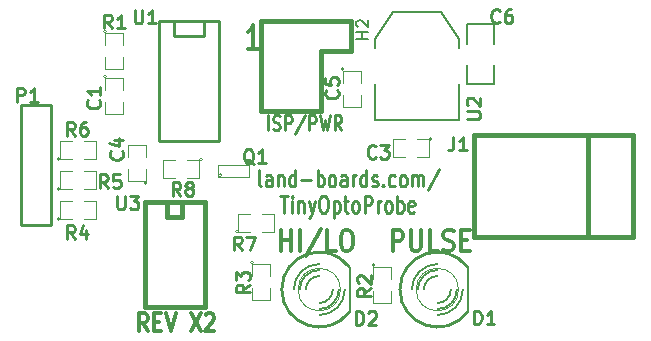
<source format=gto>
G04 (created by PCBNEW (2013-04-19 BZR 4011)-stable) date 12/08/2014 12:26:49*
%MOIN*%
G04 Gerber Fmt 3.4, Leading zero omitted, Abs format*
%FSLAX34Y34*%
G01*
G70*
G90*
G04 APERTURE LIST*
%ADD10C,0*%
%ADD11C,0.012*%
%ADD12C,0.00984252*%
%ADD13C,0.01*%
%ADD14C,0.008*%
%ADD15C,0.015*%
%ADD16C,0.0039*%
%ADD17C,0.005*%
%ADD18C,0.003*%
%ADD19C,0.006*%
%ADD20C,0.0031*%
%ADD21C,0.01125*%
G04 APERTURE END LIST*
G54D10*
G54D11*
X8291Y-1443D02*
X7948Y-1443D01*
X8120Y-1443D02*
X8120Y-643D01*
X8062Y-758D01*
X8005Y-834D01*
X7948Y-872D01*
X12783Y-8152D02*
X12783Y-7463D01*
X13012Y-7463D01*
X13069Y-7496D01*
X13097Y-7529D01*
X13126Y-7595D01*
X13126Y-7693D01*
X13097Y-7759D01*
X13069Y-7791D01*
X13012Y-7824D01*
X12783Y-7824D01*
X13383Y-7463D02*
X13383Y-8021D01*
X13412Y-8087D01*
X13440Y-8120D01*
X13497Y-8152D01*
X13612Y-8152D01*
X13669Y-8120D01*
X13697Y-8087D01*
X13726Y-8021D01*
X13726Y-7463D01*
X14297Y-8152D02*
X14012Y-8152D01*
X14012Y-7463D01*
X14469Y-8120D02*
X14555Y-8152D01*
X14697Y-8152D01*
X14755Y-8120D01*
X14783Y-8087D01*
X14812Y-8021D01*
X14812Y-7956D01*
X14783Y-7890D01*
X14755Y-7857D01*
X14697Y-7824D01*
X14583Y-7791D01*
X14526Y-7759D01*
X14497Y-7726D01*
X14469Y-7660D01*
X14469Y-7595D01*
X14497Y-7529D01*
X14526Y-7496D01*
X14583Y-7463D01*
X14726Y-7463D01*
X14812Y-7496D01*
X15069Y-7791D02*
X15269Y-7791D01*
X15355Y-8152D02*
X15069Y-8152D01*
X15069Y-7463D01*
X15355Y-7463D01*
X9050Y-8152D02*
X9050Y-7463D01*
X9050Y-7791D02*
X9393Y-7791D01*
X9393Y-8152D02*
X9393Y-7463D01*
X9679Y-8152D02*
X9679Y-7463D01*
X10393Y-7431D02*
X9879Y-8316D01*
X10879Y-8152D02*
X10593Y-8152D01*
X10593Y-7463D01*
X11193Y-7463D02*
X11307Y-7463D01*
X11364Y-7496D01*
X11421Y-7562D01*
X11450Y-7693D01*
X11450Y-7923D01*
X11421Y-8054D01*
X11364Y-8120D01*
X11307Y-8152D01*
X11193Y-8152D01*
X11136Y-8120D01*
X11079Y-8054D01*
X11050Y-7923D01*
X11050Y-7693D01*
X11079Y-7562D01*
X11136Y-7496D01*
X11193Y-7463D01*
X4617Y-10832D02*
X4450Y-10547D01*
X4331Y-10832D02*
X4331Y-10232D01*
X4522Y-10232D01*
X4570Y-10261D01*
X4593Y-10290D01*
X4617Y-10347D01*
X4617Y-10432D01*
X4593Y-10490D01*
X4570Y-10518D01*
X4522Y-10547D01*
X4331Y-10547D01*
X4831Y-10518D02*
X4998Y-10518D01*
X5070Y-10832D02*
X4831Y-10832D01*
X4831Y-10232D01*
X5070Y-10232D01*
X5212Y-10232D02*
X5379Y-10832D01*
X5546Y-10232D01*
X6046Y-10232D02*
X6379Y-10832D01*
X6379Y-10232D02*
X6046Y-10832D01*
X6546Y-10290D02*
X6570Y-10261D01*
X6617Y-10232D01*
X6736Y-10232D01*
X6784Y-10261D01*
X6808Y-10290D01*
X6831Y-10347D01*
X6831Y-10404D01*
X6808Y-10490D01*
X6522Y-10832D01*
X6831Y-10832D01*
G54D12*
X8633Y-4136D02*
X8633Y-3644D01*
X8802Y-4112D02*
X8858Y-4136D01*
X8952Y-4136D01*
X8989Y-4112D01*
X9008Y-4089D01*
X9026Y-4042D01*
X9026Y-3995D01*
X9008Y-3948D01*
X8989Y-3925D01*
X8952Y-3901D01*
X8877Y-3878D01*
X8839Y-3854D01*
X8820Y-3831D01*
X8802Y-3784D01*
X8802Y-3737D01*
X8820Y-3690D01*
X8839Y-3667D01*
X8877Y-3644D01*
X8970Y-3644D01*
X9026Y-3667D01*
X9195Y-4136D02*
X9195Y-3644D01*
X9345Y-3644D01*
X9383Y-3667D01*
X9401Y-3690D01*
X9420Y-3737D01*
X9420Y-3808D01*
X9401Y-3854D01*
X9383Y-3878D01*
X9345Y-3901D01*
X9195Y-3901D01*
X9870Y-3620D02*
X9533Y-4253D01*
X10001Y-4136D02*
X10001Y-3644D01*
X10151Y-3644D01*
X10189Y-3667D01*
X10208Y-3690D01*
X10226Y-3737D01*
X10226Y-3808D01*
X10208Y-3854D01*
X10189Y-3878D01*
X10151Y-3901D01*
X10001Y-3901D01*
X10358Y-3644D02*
X10451Y-4136D01*
X10526Y-3784D01*
X10601Y-4136D01*
X10695Y-3644D01*
X11070Y-4136D02*
X10939Y-3901D01*
X10845Y-4136D02*
X10845Y-3644D01*
X10995Y-3644D01*
X11032Y-3667D01*
X11051Y-3690D01*
X11070Y-3737D01*
X11070Y-3808D01*
X11051Y-3854D01*
X11032Y-3878D01*
X10995Y-3901D01*
X10845Y-3901D01*
G54D13*
X8401Y-6010D02*
X8360Y-5983D01*
X8339Y-5931D01*
X8339Y-5460D01*
X8752Y-6010D02*
X8752Y-5721D01*
X8731Y-5669D01*
X8690Y-5643D01*
X8607Y-5643D01*
X8566Y-5669D01*
X8752Y-5983D02*
X8711Y-6010D01*
X8607Y-6010D01*
X8566Y-5983D01*
X8546Y-5931D01*
X8546Y-5879D01*
X8566Y-5826D01*
X8607Y-5800D01*
X8711Y-5800D01*
X8752Y-5774D01*
X8958Y-5643D02*
X8958Y-6010D01*
X8958Y-5695D02*
X8979Y-5669D01*
X9020Y-5643D01*
X9082Y-5643D01*
X9123Y-5669D01*
X9144Y-5721D01*
X9144Y-6010D01*
X9535Y-6010D02*
X9535Y-5460D01*
X9535Y-5983D02*
X9494Y-6010D01*
X9412Y-6010D01*
X9371Y-5983D01*
X9350Y-5957D01*
X9329Y-5905D01*
X9329Y-5748D01*
X9350Y-5695D01*
X9371Y-5669D01*
X9412Y-5643D01*
X9494Y-5643D01*
X9535Y-5669D01*
X9742Y-5800D02*
X10072Y-5800D01*
X10278Y-6010D02*
X10278Y-5460D01*
X10278Y-5669D02*
X10319Y-5643D01*
X10402Y-5643D01*
X10443Y-5669D01*
X10464Y-5695D01*
X10484Y-5748D01*
X10484Y-5905D01*
X10464Y-5957D01*
X10443Y-5983D01*
X10402Y-6010D01*
X10319Y-6010D01*
X10278Y-5983D01*
X10732Y-6010D02*
X10690Y-5983D01*
X10670Y-5957D01*
X10649Y-5905D01*
X10649Y-5748D01*
X10670Y-5695D01*
X10690Y-5669D01*
X10732Y-5643D01*
X10793Y-5643D01*
X10835Y-5669D01*
X10855Y-5695D01*
X10876Y-5748D01*
X10876Y-5905D01*
X10855Y-5957D01*
X10835Y-5983D01*
X10793Y-6010D01*
X10732Y-6010D01*
X11247Y-6010D02*
X11247Y-5721D01*
X11227Y-5669D01*
X11185Y-5643D01*
X11103Y-5643D01*
X11062Y-5669D01*
X11247Y-5983D02*
X11206Y-6010D01*
X11103Y-6010D01*
X11062Y-5983D01*
X11041Y-5931D01*
X11041Y-5879D01*
X11062Y-5826D01*
X11103Y-5800D01*
X11206Y-5800D01*
X11247Y-5774D01*
X11453Y-6010D02*
X11453Y-5643D01*
X11453Y-5748D02*
X11474Y-5695D01*
X11495Y-5669D01*
X11536Y-5643D01*
X11577Y-5643D01*
X11907Y-6010D02*
X11907Y-5460D01*
X11907Y-5983D02*
X11866Y-6010D01*
X11783Y-6010D01*
X11742Y-5983D01*
X11721Y-5957D01*
X11701Y-5905D01*
X11701Y-5748D01*
X11721Y-5695D01*
X11742Y-5669D01*
X11783Y-5643D01*
X11866Y-5643D01*
X11907Y-5669D01*
X12093Y-5983D02*
X12134Y-6010D01*
X12216Y-6010D01*
X12258Y-5983D01*
X12278Y-5931D01*
X12278Y-5905D01*
X12258Y-5852D01*
X12216Y-5826D01*
X12155Y-5826D01*
X12113Y-5800D01*
X12093Y-5748D01*
X12093Y-5721D01*
X12113Y-5669D01*
X12155Y-5643D01*
X12216Y-5643D01*
X12258Y-5669D01*
X12464Y-5957D02*
X12485Y-5983D01*
X12464Y-6010D01*
X12443Y-5983D01*
X12464Y-5957D01*
X12464Y-6010D01*
X12856Y-5983D02*
X12814Y-6010D01*
X12732Y-6010D01*
X12691Y-5983D01*
X12670Y-5957D01*
X12649Y-5905D01*
X12649Y-5748D01*
X12670Y-5695D01*
X12691Y-5669D01*
X12732Y-5643D01*
X12814Y-5643D01*
X12856Y-5669D01*
X13103Y-6010D02*
X13062Y-5983D01*
X13041Y-5957D01*
X13021Y-5905D01*
X13021Y-5748D01*
X13041Y-5695D01*
X13062Y-5669D01*
X13103Y-5643D01*
X13165Y-5643D01*
X13206Y-5669D01*
X13227Y-5695D01*
X13248Y-5748D01*
X13248Y-5905D01*
X13227Y-5957D01*
X13206Y-5983D01*
X13165Y-6010D01*
X13103Y-6010D01*
X13433Y-6010D02*
X13433Y-5643D01*
X13433Y-5695D02*
X13454Y-5669D01*
X13495Y-5643D01*
X13557Y-5643D01*
X13598Y-5669D01*
X13619Y-5721D01*
X13619Y-6010D01*
X13619Y-5721D02*
X13639Y-5669D01*
X13681Y-5643D01*
X13742Y-5643D01*
X13784Y-5669D01*
X13804Y-5721D01*
X13804Y-6010D01*
X14320Y-5433D02*
X13949Y-6140D01*
X9041Y-6330D02*
X9288Y-6330D01*
X9164Y-6880D02*
X9164Y-6330D01*
X9432Y-6880D02*
X9432Y-6513D01*
X9432Y-6330D02*
X9412Y-6356D01*
X9432Y-6382D01*
X9453Y-6356D01*
X9432Y-6330D01*
X9432Y-6382D01*
X9639Y-6513D02*
X9639Y-6880D01*
X9639Y-6565D02*
X9659Y-6539D01*
X9700Y-6513D01*
X9762Y-6513D01*
X9804Y-6539D01*
X9824Y-6591D01*
X9824Y-6880D01*
X9989Y-6513D02*
X10092Y-6880D01*
X10195Y-6513D02*
X10092Y-6880D01*
X10051Y-7010D01*
X10030Y-7037D01*
X9989Y-7063D01*
X10443Y-6330D02*
X10525Y-6330D01*
X10567Y-6356D01*
X10608Y-6408D01*
X10628Y-6513D01*
X10628Y-6696D01*
X10608Y-6801D01*
X10567Y-6853D01*
X10525Y-6880D01*
X10443Y-6880D01*
X10402Y-6853D01*
X10360Y-6801D01*
X10340Y-6696D01*
X10340Y-6513D01*
X10360Y-6408D01*
X10402Y-6356D01*
X10443Y-6330D01*
X10814Y-6513D02*
X10814Y-7063D01*
X10814Y-6539D02*
X10855Y-6513D01*
X10938Y-6513D01*
X10979Y-6539D01*
X11000Y-6565D01*
X11020Y-6618D01*
X11020Y-6775D01*
X11000Y-6827D01*
X10979Y-6853D01*
X10938Y-6880D01*
X10855Y-6880D01*
X10814Y-6853D01*
X11144Y-6513D02*
X11309Y-6513D01*
X11206Y-6330D02*
X11206Y-6801D01*
X11227Y-6853D01*
X11268Y-6880D01*
X11309Y-6880D01*
X11515Y-6880D02*
X11474Y-6853D01*
X11453Y-6827D01*
X11433Y-6775D01*
X11433Y-6618D01*
X11453Y-6565D01*
X11474Y-6539D01*
X11515Y-6513D01*
X11577Y-6513D01*
X11618Y-6539D01*
X11639Y-6565D01*
X11660Y-6618D01*
X11660Y-6775D01*
X11639Y-6827D01*
X11618Y-6853D01*
X11577Y-6880D01*
X11515Y-6880D01*
X11845Y-6880D02*
X11845Y-6330D01*
X12010Y-6330D01*
X12051Y-6356D01*
X12072Y-6382D01*
X12093Y-6434D01*
X12093Y-6513D01*
X12072Y-6565D01*
X12051Y-6591D01*
X12010Y-6618D01*
X11845Y-6618D01*
X12278Y-6880D02*
X12278Y-6513D01*
X12278Y-6618D02*
X12299Y-6565D01*
X12320Y-6539D01*
X12361Y-6513D01*
X12402Y-6513D01*
X12608Y-6880D02*
X12567Y-6853D01*
X12546Y-6827D01*
X12526Y-6775D01*
X12526Y-6618D01*
X12546Y-6565D01*
X12567Y-6539D01*
X12608Y-6513D01*
X12670Y-6513D01*
X12711Y-6539D01*
X12732Y-6565D01*
X12753Y-6618D01*
X12753Y-6775D01*
X12732Y-6827D01*
X12711Y-6853D01*
X12670Y-6880D01*
X12608Y-6880D01*
X12938Y-6880D02*
X12938Y-6330D01*
X12938Y-6539D02*
X12979Y-6513D01*
X13062Y-6513D01*
X13103Y-6539D01*
X13124Y-6565D01*
X13144Y-6618D01*
X13144Y-6775D01*
X13124Y-6827D01*
X13103Y-6853D01*
X13062Y-6880D01*
X12979Y-6880D01*
X12938Y-6853D01*
X13495Y-6853D02*
X13454Y-6880D01*
X13371Y-6880D01*
X13330Y-6853D01*
X13309Y-6801D01*
X13309Y-6591D01*
X13330Y-6539D01*
X13371Y-6513D01*
X13454Y-6513D01*
X13495Y-6539D01*
X13516Y-6591D01*
X13516Y-6644D01*
X13309Y-6696D01*
G54D14*
X12200Y-2600D02*
X12200Y-3800D01*
X12200Y-3800D02*
X15000Y-3800D01*
X15000Y-3800D02*
X15000Y-2600D01*
X12200Y-1400D02*
X12200Y-1100D01*
X12200Y-1100D02*
X12800Y-200D01*
X12800Y-200D02*
X14400Y-200D01*
X14400Y-200D02*
X15000Y-1100D01*
X15000Y-1100D02*
X15000Y-1400D01*
G54D15*
X20500Y-7700D02*
X20800Y-7700D01*
X20800Y-7700D02*
X20800Y-4300D01*
X20800Y-4300D02*
X20500Y-4300D01*
X19300Y-7700D02*
X19300Y-4300D01*
X15500Y-7700D02*
X15500Y-4300D01*
X20500Y-4300D02*
X15500Y-4300D01*
X20500Y-7700D02*
X15500Y-7700D01*
G54D16*
X12190Y-8641D02*
G75*
G03X12190Y-8641I-50J0D01*
G74*
G01*
X12140Y-9091D02*
X12140Y-8691D01*
X12140Y-8691D02*
X12740Y-8691D01*
X12740Y-8691D02*
X12740Y-9091D01*
X12740Y-9491D02*
X12740Y-9891D01*
X12740Y-9891D02*
X12140Y-9891D01*
X12140Y-9891D02*
X12140Y-9491D01*
X8150Y-8550D02*
G75*
G03X8150Y-8550I-50J0D01*
G74*
G01*
X8100Y-9000D02*
X8100Y-8600D01*
X8100Y-8600D02*
X8700Y-8600D01*
X8700Y-8600D02*
X8700Y-9000D01*
X8700Y-9400D02*
X8700Y-9800D01*
X8700Y-9800D02*
X8100Y-9800D01*
X8100Y-9800D02*
X8100Y-9400D01*
X1700Y-7100D02*
G75*
G03X1700Y-7100I-50J0D01*
G74*
G01*
X2100Y-7100D02*
X1700Y-7100D01*
X1700Y-7100D02*
X1700Y-6500D01*
X1700Y-6500D02*
X2100Y-6500D01*
X2500Y-6500D02*
X2900Y-6500D01*
X2900Y-6500D02*
X2900Y-7100D01*
X2900Y-7100D02*
X2500Y-7100D01*
X1700Y-6100D02*
G75*
G03X1700Y-6100I-50J0D01*
G74*
G01*
X2100Y-6100D02*
X1700Y-6100D01*
X1700Y-6100D02*
X1700Y-5500D01*
X1700Y-5500D02*
X2100Y-5500D01*
X2500Y-5500D02*
X2900Y-5500D01*
X2900Y-5500D02*
X2900Y-6100D01*
X2900Y-6100D02*
X2500Y-6100D01*
X1700Y-5100D02*
G75*
G03X1700Y-5100I-50J0D01*
G74*
G01*
X2100Y-5100D02*
X1700Y-5100D01*
X1700Y-5100D02*
X1700Y-4500D01*
X1700Y-4500D02*
X2100Y-4500D01*
X2500Y-4500D02*
X2900Y-4500D01*
X2900Y-4500D02*
X2900Y-5100D01*
X2900Y-5100D02*
X2500Y-5100D01*
G54D15*
X6511Y-6517D02*
X6511Y-10017D01*
X6511Y-10017D02*
X4511Y-10017D01*
X4511Y-10017D02*
X4511Y-6517D01*
X4511Y-6517D02*
X6511Y-6517D01*
X5761Y-6517D02*
X5761Y-7017D01*
X5761Y-7017D02*
X5261Y-7017D01*
X5261Y-7017D02*
X5261Y-6517D01*
G54D13*
X400Y-7300D02*
X400Y-3300D01*
X1400Y-7300D02*
X1400Y-3300D01*
X1400Y-3300D02*
X400Y-3300D01*
X400Y-7300D02*
X1400Y-7300D01*
G54D16*
X11167Y-2105D02*
G75*
G03X11167Y-2105I-50J0D01*
G74*
G01*
X11117Y-2555D02*
X11117Y-2155D01*
X11117Y-2155D02*
X11717Y-2155D01*
X11717Y-2155D02*
X11717Y-2555D01*
X11717Y-2955D02*
X11717Y-3355D01*
X11717Y-3355D02*
X11117Y-3355D01*
X11117Y-3355D02*
X11117Y-2955D01*
X3250Y-2350D02*
G75*
G03X3250Y-2350I-50J0D01*
G74*
G01*
X3200Y-2800D02*
X3200Y-2400D01*
X3200Y-2400D02*
X3800Y-2400D01*
X3800Y-2400D02*
X3800Y-2800D01*
X3800Y-3200D02*
X3800Y-3600D01*
X3800Y-3600D02*
X3200Y-3600D01*
X3200Y-3600D02*
X3200Y-3200D01*
X14085Y-4424D02*
G75*
G03X14085Y-4424I-50J0D01*
G74*
G01*
X13585Y-4424D02*
X13985Y-4424D01*
X13985Y-4424D02*
X13985Y-5024D01*
X13985Y-5024D02*
X13585Y-5024D01*
X13185Y-5024D02*
X12785Y-5024D01*
X12785Y-5024D02*
X12785Y-4424D01*
X12785Y-4424D02*
X13185Y-4424D01*
X3250Y-850D02*
G75*
G03X3250Y-850I-50J0D01*
G74*
G01*
X3200Y-1300D02*
X3200Y-900D01*
X3200Y-900D02*
X3800Y-900D01*
X3800Y-900D02*
X3800Y-1300D01*
X3800Y-1700D02*
X3800Y-2100D01*
X3800Y-2100D02*
X3200Y-2100D01*
X3200Y-2100D02*
X3200Y-1700D01*
X4600Y-5890D02*
G75*
G03X4600Y-5890I-50J0D01*
G74*
G01*
X4550Y-5440D02*
X4550Y-5840D01*
X4550Y-5840D02*
X3950Y-5840D01*
X3950Y-5840D02*
X3950Y-5440D01*
X3950Y-5040D02*
X3950Y-4640D01*
X3950Y-4640D02*
X4550Y-4640D01*
X4550Y-4640D02*
X4550Y-5040D01*
G54D17*
X16150Y-600D02*
X15250Y-600D01*
X15250Y-600D02*
X15250Y-1250D01*
X16150Y-1950D02*
X16150Y-2600D01*
X16150Y-2600D02*
X15250Y-2600D01*
X15250Y-2600D02*
X15250Y-1950D01*
X16150Y-1250D02*
X16150Y-600D01*
G54D13*
X6500Y-500D02*
X6500Y-1000D01*
X6500Y-1000D02*
X5500Y-1000D01*
X5500Y-1000D02*
X5500Y-500D01*
X7000Y-500D02*
X7000Y-4500D01*
X7000Y-4500D02*
X5000Y-4500D01*
X5000Y-4500D02*
X5000Y-500D01*
X5000Y-500D02*
X7000Y-500D01*
G54D14*
X15293Y-10198D02*
X15293Y-8698D01*
G54D18*
X14980Y-9448D02*
G75*
G03X14980Y-9448I-707J0D01*
G74*
G01*
G54D13*
X15272Y-8698D02*
G75*
G03X15272Y-10199I-999J-750D01*
G74*
G01*
G54D19*
X14273Y-8998D02*
G75*
G03X13823Y-9448I0J-450D01*
G74*
G01*
X14273Y-9898D02*
G75*
G03X14723Y-9448I0J450D01*
G74*
G01*
X14273Y-8798D02*
G75*
G03X13623Y-9448I0J-650D01*
G74*
G01*
X14273Y-10098D02*
G75*
G03X14923Y-9448I0J650D01*
G74*
G01*
X14273Y-8598D02*
G75*
G03X13423Y-9448I0J-850D01*
G74*
G01*
X14273Y-10298D02*
G75*
G03X15123Y-9448I0J850D01*
G74*
G01*
G54D14*
X11356Y-10198D02*
X11356Y-8698D01*
G54D18*
X11043Y-9448D02*
G75*
G03X11043Y-9448I-707J0D01*
G74*
G01*
G54D13*
X11335Y-8698D02*
G75*
G03X11335Y-10199I-999J-750D01*
G74*
G01*
G54D19*
X10336Y-8998D02*
G75*
G03X9886Y-9448I0J-450D01*
G74*
G01*
X10336Y-9898D02*
G75*
G03X10786Y-9448I0J450D01*
G74*
G01*
X10336Y-8798D02*
G75*
G03X9686Y-9448I0J-650D01*
G74*
G01*
X10336Y-10098D02*
G75*
G03X10986Y-9448I0J650D01*
G74*
G01*
X10336Y-8598D02*
G75*
G03X9486Y-9448I0J-850D01*
G74*
G01*
X10336Y-10298D02*
G75*
G03X11186Y-9448I0J850D01*
G74*
G01*
G54D16*
X7640Y-7520D02*
G75*
G03X7640Y-7520I-50J0D01*
G74*
G01*
X8040Y-7520D02*
X7640Y-7520D01*
X7640Y-7520D02*
X7640Y-6920D01*
X7640Y-6920D02*
X8040Y-6920D01*
X8440Y-6920D02*
X8840Y-6920D01*
X8840Y-6920D02*
X8840Y-7520D01*
X8840Y-7520D02*
X8440Y-7520D01*
X6440Y-5120D02*
G75*
G03X6440Y-5120I-50J0D01*
G74*
G01*
X5940Y-5120D02*
X6340Y-5120D01*
X6340Y-5120D02*
X6340Y-5720D01*
X6340Y-5720D02*
X5940Y-5720D01*
X5540Y-5720D02*
X5140Y-5720D01*
X5140Y-5720D02*
X5140Y-5120D01*
X5140Y-5120D02*
X5540Y-5120D01*
G54D20*
X7099Y-5638D02*
G75*
G03X7099Y-5638I-62J0D01*
G74*
G01*
X8000Y-5300D02*
X8000Y-5700D01*
X6975Y-5300D02*
X6975Y-5700D01*
X8000Y-5700D02*
X6975Y-5700D01*
X6975Y-5300D02*
X8000Y-5300D01*
G54D15*
X11400Y-500D02*
X11400Y-1500D01*
X11400Y-1500D02*
X10400Y-1500D01*
X10400Y-1500D02*
X10400Y-3500D01*
X10400Y-3500D02*
X8400Y-3500D01*
X8400Y-3500D02*
X8400Y-500D01*
X8400Y-500D02*
X11400Y-500D01*
G54D21*
X15252Y-3762D02*
X15616Y-3762D01*
X15659Y-3741D01*
X15680Y-3720D01*
X15702Y-3677D01*
X15702Y-3591D01*
X15680Y-3548D01*
X15659Y-3527D01*
X15616Y-3505D01*
X15252Y-3505D01*
X15295Y-3312D02*
X15273Y-3291D01*
X15252Y-3248D01*
X15252Y-3141D01*
X15273Y-3098D01*
X15295Y-3077D01*
X15337Y-3055D01*
X15380Y-3055D01*
X15445Y-3077D01*
X15702Y-3334D01*
X15702Y-3055D01*
X14810Y-4352D02*
X14810Y-4673D01*
X14788Y-4737D01*
X14745Y-4780D01*
X14681Y-4802D01*
X14638Y-4802D01*
X15260Y-4802D02*
X15002Y-4802D01*
X15131Y-4802D02*
X15131Y-4352D01*
X15088Y-4416D01*
X15045Y-4459D01*
X15002Y-4480D01*
X12055Y-9397D02*
X11841Y-9547D01*
X12055Y-9654D02*
X11605Y-9654D01*
X11605Y-9482D01*
X11626Y-9439D01*
X11648Y-9418D01*
X11691Y-9397D01*
X11755Y-9397D01*
X11798Y-9418D01*
X11819Y-9439D01*
X11841Y-9482D01*
X11841Y-9654D01*
X11648Y-9225D02*
X11626Y-9204D01*
X11605Y-9161D01*
X11605Y-9054D01*
X11626Y-9011D01*
X11648Y-8989D01*
X11691Y-8968D01*
X11733Y-8968D01*
X11798Y-8989D01*
X12055Y-9247D01*
X12055Y-8968D01*
X8016Y-9287D02*
X7802Y-9437D01*
X8016Y-9544D02*
X7566Y-9544D01*
X7566Y-9373D01*
X7588Y-9330D01*
X7609Y-9309D01*
X7652Y-9287D01*
X7716Y-9287D01*
X7759Y-9309D01*
X7781Y-9330D01*
X7802Y-9373D01*
X7802Y-9544D01*
X7566Y-9137D02*
X7566Y-8859D01*
X7738Y-9009D01*
X7738Y-8944D01*
X7759Y-8901D01*
X7781Y-8880D01*
X7823Y-8859D01*
X7931Y-8859D01*
X7973Y-8880D01*
X7995Y-8901D01*
X8016Y-8944D01*
X8016Y-9073D01*
X7995Y-9116D01*
X7973Y-9137D01*
X2188Y-7760D02*
X2038Y-7546D01*
X1931Y-7760D02*
X1931Y-7310D01*
X2103Y-7310D01*
X2145Y-7332D01*
X2167Y-7353D01*
X2188Y-7396D01*
X2188Y-7460D01*
X2167Y-7503D01*
X2145Y-7525D01*
X2103Y-7546D01*
X1931Y-7546D01*
X2574Y-7460D02*
X2574Y-7760D01*
X2467Y-7289D02*
X2360Y-7610D01*
X2638Y-7610D01*
X3285Y-6062D02*
X3135Y-5847D01*
X3027Y-6062D02*
X3027Y-5612D01*
X3199Y-5612D01*
X3242Y-5633D01*
X3263Y-5655D01*
X3285Y-5697D01*
X3285Y-5762D01*
X3263Y-5805D01*
X3242Y-5826D01*
X3199Y-5847D01*
X3027Y-5847D01*
X3692Y-5612D02*
X3477Y-5612D01*
X3456Y-5826D01*
X3477Y-5805D01*
X3520Y-5783D01*
X3627Y-5783D01*
X3670Y-5805D01*
X3692Y-5826D01*
X3713Y-5869D01*
X3713Y-5976D01*
X3692Y-6019D01*
X3670Y-6040D01*
X3627Y-6062D01*
X3520Y-6062D01*
X3477Y-6040D01*
X3456Y-6019D01*
X2188Y-4316D02*
X2038Y-4101D01*
X1931Y-4316D02*
X1931Y-3866D01*
X2103Y-3866D01*
X2145Y-3887D01*
X2167Y-3908D01*
X2188Y-3951D01*
X2188Y-4016D01*
X2167Y-4058D01*
X2145Y-4080D01*
X2103Y-4101D01*
X1931Y-4101D01*
X2574Y-3866D02*
X2488Y-3866D01*
X2445Y-3887D01*
X2424Y-3908D01*
X2381Y-3973D01*
X2360Y-4058D01*
X2360Y-4230D01*
X2381Y-4273D01*
X2403Y-4294D01*
X2445Y-4316D01*
X2531Y-4316D01*
X2574Y-4294D01*
X2595Y-4273D01*
X2617Y-4230D01*
X2617Y-4123D01*
X2595Y-4080D01*
X2574Y-4058D01*
X2531Y-4037D01*
X2445Y-4037D01*
X2403Y-4058D01*
X2381Y-4080D01*
X2360Y-4123D01*
X3594Y-6326D02*
X3594Y-6690D01*
X3615Y-6733D01*
X3637Y-6755D01*
X3679Y-6776D01*
X3765Y-6776D01*
X3808Y-6755D01*
X3829Y-6733D01*
X3851Y-6690D01*
X3851Y-6326D01*
X4022Y-6326D02*
X4301Y-6326D01*
X4151Y-6498D01*
X4215Y-6498D01*
X4258Y-6519D01*
X4279Y-6540D01*
X4301Y-6583D01*
X4301Y-6690D01*
X4279Y-6733D01*
X4258Y-6755D01*
X4215Y-6776D01*
X4087Y-6776D01*
X4044Y-6755D01*
X4022Y-6733D01*
X267Y-3182D02*
X267Y-2732D01*
X439Y-2732D01*
X482Y-2753D01*
X503Y-2775D01*
X525Y-2817D01*
X525Y-2882D01*
X503Y-2925D01*
X482Y-2946D01*
X439Y-2967D01*
X267Y-2967D01*
X953Y-3182D02*
X696Y-3182D01*
X825Y-3182D02*
X825Y-2732D01*
X782Y-2796D01*
X739Y-2839D01*
X696Y-2860D01*
X10936Y-2800D02*
X10958Y-2822D01*
X10979Y-2886D01*
X10979Y-2929D01*
X10958Y-2993D01*
X10915Y-3036D01*
X10872Y-3058D01*
X10786Y-3079D01*
X10722Y-3079D01*
X10636Y-3058D01*
X10593Y-3036D01*
X10550Y-2993D01*
X10529Y-2929D01*
X10529Y-2886D01*
X10550Y-2822D01*
X10572Y-2800D01*
X10529Y-2393D02*
X10529Y-2608D01*
X10743Y-2629D01*
X10722Y-2608D01*
X10700Y-2565D01*
X10700Y-2458D01*
X10722Y-2415D01*
X10743Y-2393D01*
X10786Y-2372D01*
X10893Y-2372D01*
X10936Y-2393D01*
X10958Y-2415D01*
X10979Y-2458D01*
X10979Y-2565D01*
X10958Y-2608D01*
X10936Y-2629D01*
X2993Y-3126D02*
X3015Y-3147D01*
X3036Y-3211D01*
X3036Y-3254D01*
X3015Y-3319D01*
X2972Y-3361D01*
X2929Y-3383D01*
X2843Y-3404D01*
X2779Y-3404D01*
X2693Y-3383D01*
X2650Y-3361D01*
X2607Y-3319D01*
X2586Y-3254D01*
X2586Y-3211D01*
X2607Y-3147D01*
X2629Y-3126D01*
X3036Y-2697D02*
X3036Y-2954D01*
X3036Y-2826D02*
X2586Y-2826D01*
X2650Y-2869D01*
X2693Y-2911D01*
X2715Y-2954D01*
X12225Y-5039D02*
X12203Y-5060D01*
X12139Y-5082D01*
X12096Y-5082D01*
X12032Y-5060D01*
X11989Y-5017D01*
X11967Y-4975D01*
X11946Y-4889D01*
X11946Y-4825D01*
X11967Y-4739D01*
X11989Y-4696D01*
X12032Y-4653D01*
X12096Y-4632D01*
X12139Y-4632D01*
X12203Y-4653D01*
X12225Y-4675D01*
X12375Y-4632D02*
X12653Y-4632D01*
X12503Y-4803D01*
X12567Y-4803D01*
X12610Y-4825D01*
X12632Y-4846D01*
X12653Y-4889D01*
X12653Y-4996D01*
X12632Y-5039D01*
X12610Y-5060D01*
X12567Y-5082D01*
X12439Y-5082D01*
X12396Y-5060D01*
X12375Y-5039D01*
X3425Y-742D02*
X3275Y-527D01*
X3167Y-742D02*
X3167Y-292D01*
X3339Y-292D01*
X3382Y-313D01*
X3403Y-335D01*
X3425Y-377D01*
X3425Y-442D01*
X3403Y-485D01*
X3382Y-506D01*
X3339Y-527D01*
X3167Y-527D01*
X3853Y-742D02*
X3596Y-742D01*
X3725Y-742D02*
X3725Y-292D01*
X3682Y-356D01*
X3639Y-399D01*
X3596Y-420D01*
X3761Y-4838D02*
X3782Y-4860D01*
X3804Y-4924D01*
X3804Y-4967D01*
X3782Y-5031D01*
X3739Y-5074D01*
X3697Y-5095D01*
X3611Y-5117D01*
X3547Y-5117D01*
X3461Y-5095D01*
X3418Y-5074D01*
X3375Y-5031D01*
X3354Y-4967D01*
X3354Y-4924D01*
X3375Y-4860D01*
X3397Y-4838D01*
X3504Y-4453D02*
X3804Y-4453D01*
X3332Y-4560D02*
X3654Y-4667D01*
X3654Y-4388D01*
X16345Y-519D02*
X16323Y-540D01*
X16259Y-562D01*
X16216Y-562D01*
X16152Y-540D01*
X16109Y-497D01*
X16087Y-455D01*
X16066Y-369D01*
X16066Y-305D01*
X16087Y-219D01*
X16109Y-176D01*
X16152Y-133D01*
X16216Y-112D01*
X16259Y-112D01*
X16323Y-133D01*
X16345Y-155D01*
X16730Y-112D02*
X16645Y-112D01*
X16602Y-133D01*
X16580Y-155D01*
X16537Y-219D01*
X16516Y-305D01*
X16516Y-476D01*
X16537Y-519D01*
X16559Y-540D01*
X16602Y-562D01*
X16687Y-562D01*
X16730Y-540D01*
X16752Y-519D01*
X16773Y-476D01*
X16773Y-369D01*
X16752Y-326D01*
X16730Y-305D01*
X16687Y-283D01*
X16602Y-283D01*
X16559Y-305D01*
X16537Y-326D01*
X16516Y-369D01*
X4184Y-125D02*
X4184Y-490D01*
X4206Y-532D01*
X4227Y-554D01*
X4270Y-575D01*
X4356Y-575D01*
X4398Y-554D01*
X4420Y-532D01*
X4441Y-490D01*
X4441Y-125D01*
X4891Y-575D02*
X4634Y-575D01*
X4763Y-575D02*
X4763Y-125D01*
X4720Y-190D01*
X4677Y-232D01*
X4634Y-254D01*
X15487Y-10602D02*
X15487Y-10152D01*
X15595Y-10152D01*
X15659Y-10173D01*
X15702Y-10216D01*
X15723Y-10259D01*
X15745Y-10345D01*
X15745Y-10409D01*
X15723Y-10495D01*
X15702Y-10537D01*
X15659Y-10580D01*
X15595Y-10602D01*
X15487Y-10602D01*
X16173Y-10602D02*
X15916Y-10602D01*
X16045Y-10602D02*
X16045Y-10152D01*
X16002Y-10216D01*
X15959Y-10259D01*
X15916Y-10280D01*
X11547Y-10622D02*
X11547Y-10172D01*
X11655Y-10172D01*
X11719Y-10193D01*
X11762Y-10236D01*
X11783Y-10279D01*
X11805Y-10365D01*
X11805Y-10429D01*
X11783Y-10515D01*
X11762Y-10557D01*
X11719Y-10600D01*
X11655Y-10622D01*
X11547Y-10622D01*
X11976Y-10215D02*
X11997Y-10193D01*
X12040Y-10172D01*
X12147Y-10172D01*
X12190Y-10193D01*
X12212Y-10215D01*
X12233Y-10257D01*
X12233Y-10300D01*
X12212Y-10365D01*
X11955Y-10622D01*
X12233Y-10622D01*
X7759Y-8134D02*
X7609Y-7920D01*
X7502Y-8134D02*
X7502Y-7684D01*
X7673Y-7684D01*
X7716Y-7706D01*
X7738Y-7727D01*
X7759Y-7770D01*
X7759Y-7834D01*
X7738Y-7877D01*
X7716Y-7899D01*
X7673Y-7920D01*
X7502Y-7920D01*
X7909Y-7684D02*
X8209Y-7684D01*
X8016Y-8134D01*
X5705Y-6322D02*
X5555Y-6107D01*
X5447Y-6322D02*
X5447Y-5872D01*
X5619Y-5872D01*
X5662Y-5893D01*
X5683Y-5915D01*
X5705Y-5957D01*
X5705Y-6022D01*
X5683Y-6065D01*
X5662Y-6086D01*
X5619Y-6107D01*
X5447Y-6107D01*
X5962Y-6065D02*
X5919Y-6043D01*
X5897Y-6022D01*
X5876Y-5979D01*
X5876Y-5957D01*
X5897Y-5915D01*
X5919Y-5893D01*
X5962Y-5872D01*
X6047Y-5872D01*
X6090Y-5893D01*
X6112Y-5915D01*
X6133Y-5957D01*
X6133Y-5979D01*
X6112Y-6022D01*
X6090Y-6043D01*
X6047Y-6065D01*
X5962Y-6065D01*
X5919Y-6086D01*
X5897Y-6107D01*
X5876Y-6150D01*
X5876Y-6236D01*
X5897Y-6279D01*
X5919Y-6300D01*
X5962Y-6322D01*
X6047Y-6322D01*
X6090Y-6300D01*
X6112Y-6279D01*
X6133Y-6236D01*
X6133Y-6150D01*
X6112Y-6107D01*
X6090Y-6086D01*
X6047Y-6065D01*
X8146Y-5264D02*
X8103Y-5242D01*
X8060Y-5200D01*
X7996Y-5135D01*
X7953Y-5114D01*
X7910Y-5114D01*
X7931Y-5221D02*
X7888Y-5200D01*
X7846Y-5157D01*
X7824Y-5071D01*
X7824Y-4921D01*
X7846Y-4835D01*
X7888Y-4792D01*
X7931Y-4771D01*
X8017Y-4771D01*
X8060Y-4792D01*
X8103Y-4835D01*
X8124Y-4921D01*
X8124Y-5071D01*
X8103Y-5157D01*
X8060Y-5200D01*
X8017Y-5221D01*
X7931Y-5221D01*
X8553Y-5221D02*
X8296Y-5221D01*
X8424Y-5221D02*
X8424Y-4771D01*
X8381Y-4835D01*
X8338Y-4878D01*
X8296Y-4900D01*
G54D14*
X11972Y-1092D02*
X11572Y-1092D01*
X11763Y-1092D02*
X11763Y-863D01*
X11972Y-863D02*
X11572Y-863D01*
X11611Y-692D02*
X11591Y-673D01*
X11572Y-635D01*
X11572Y-539D01*
X11591Y-501D01*
X11611Y-482D01*
X11649Y-463D01*
X11687Y-463D01*
X11744Y-482D01*
X11972Y-711D01*
X11972Y-463D01*
M02*

</source>
